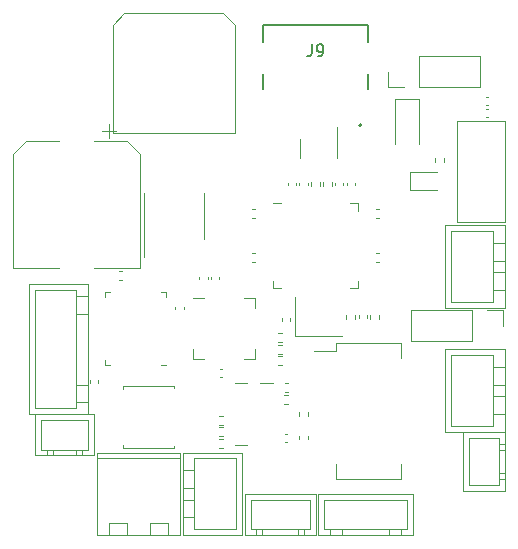
<source format=gbr>
%TF.GenerationSoftware,KiCad,Pcbnew,(6.0.7)*%
%TF.CreationDate,2022-09-21T18:10:42+02:00*%
%TF.ProjectId,CANpaca-EB-schematics,43414e70-6163-4612-9d45-422d73636865,rev?*%
%TF.SameCoordinates,Original*%
%TF.FileFunction,Legend,Top*%
%TF.FilePolarity,Positive*%
%FSLAX46Y46*%
G04 Gerber Fmt 4.6, Leading zero omitted, Abs format (unit mm)*
G04 Created by KiCad (PCBNEW (6.0.7)) date 2022-09-21 18:10:42*
%MOMM*%
%LPD*%
G01*
G04 APERTURE LIST*
%ADD10C,0.150000*%
%ADD11C,0.120000*%
%ADD12C,0.200000*%
G04 APERTURE END LIST*
D10*
%TO.C,J9*%
X98916666Y-34202380D02*
X98916666Y-34916666D01*
X98869047Y-35059523D01*
X98773809Y-35154761D01*
X98630952Y-35202380D01*
X98535714Y-35202380D01*
X99440476Y-35202380D02*
X99630952Y-35202380D01*
X99726190Y-35154761D01*
X99773809Y-35107142D01*
X99869047Y-34964285D01*
X99916666Y-34773809D01*
X99916666Y-34392857D01*
X99869047Y-34297619D01*
X99821428Y-34250000D01*
X99726190Y-34202380D01*
X99535714Y-34202380D01*
X99440476Y-34250000D01*
X99392857Y-34297619D01*
X99345238Y-34392857D01*
X99345238Y-34630952D01*
X99392857Y-34726190D01*
X99440476Y-34773809D01*
X99535714Y-34821428D01*
X99726190Y-34821428D01*
X99821428Y-34773809D01*
X99869047Y-34726190D01*
X99916666Y-34630952D01*
D11*
%TO.C,R23*%
X99630000Y-45846359D02*
X99630000Y-46153641D01*
X98870000Y-45846359D02*
X98870000Y-46153641D01*
%TO.C,U7*%
X97940000Y-43000000D02*
X97940000Y-42200000D01*
X101060000Y-43000000D02*
X101060000Y-41200000D01*
X97940000Y-43000000D02*
X97940000Y-43800000D01*
X101060000Y-43000000D02*
X101060000Y-43800000D01*
%TO.C,R32*%
X91403641Y-68380000D02*
X91096359Y-68380000D01*
X91403641Y-67620000D02*
X91096359Y-67620000D01*
%TO.C,J17*%
X89000000Y-74250000D02*
X88000000Y-74250000D01*
X89000000Y-72750000D02*
X88000000Y-72750000D01*
X89000000Y-71750000D02*
X88000000Y-71750000D01*
X89000000Y-70250000D02*
X88000000Y-70250000D01*
X88000000Y-68750000D02*
X93000000Y-68750000D01*
X93000000Y-68750000D02*
X93000000Y-75750000D01*
X93000000Y-75750000D02*
X88000000Y-75750000D01*
X88000000Y-75750000D02*
X88000000Y-68750000D01*
X89000000Y-69250000D02*
X92500000Y-69250000D01*
X92500000Y-69250000D02*
X92500000Y-75250000D01*
X92500000Y-75250000D02*
X89000000Y-75250000D01*
X89000000Y-75250000D02*
X89000000Y-69250000D01*
%TO.C,C13*%
X82642164Y-53390000D02*
X82857836Y-53390000D01*
X82642164Y-54110000D02*
X82857836Y-54110000D01*
%TO.C,R26*%
X98630000Y-67336359D02*
X98630000Y-67643641D01*
X97870000Y-67336359D02*
X97870000Y-67643641D01*
D12*
%TO.C,J9*%
X103720000Y-32532500D02*
X94780000Y-32532500D01*
X103720000Y-34022500D02*
X103720000Y-32532500D01*
X94780000Y-32532500D02*
X94780000Y-34022500D01*
X94780000Y-37952500D02*
X94780000Y-36742500D01*
X103720000Y-37952500D02*
X103720000Y-36742500D01*
X103130000Y-41042500D02*
G75*
G03*
X103130000Y-41042500I-100000J0D01*
G01*
D11*
%TO.C,C8*%
X88110000Y-56412164D02*
X88110000Y-56627836D01*
X87390000Y-56412164D02*
X87390000Y-56627836D01*
%TO.C,J11*%
X106725000Y-37830000D02*
X105395000Y-37830000D01*
X107995000Y-37830000D02*
X113135000Y-37830000D01*
X107995000Y-37830000D02*
X107995000Y-35170000D01*
X113135000Y-37830000D02*
X113135000Y-35170000D01*
X105395000Y-37830000D02*
X105395000Y-36500000D01*
X107995000Y-35170000D02*
X113135000Y-35170000D01*
%TO.C,U3*%
X81865000Y-55140000D02*
X81390000Y-55140000D01*
X86135000Y-61360000D02*
X86610000Y-61360000D01*
X81865000Y-61360000D02*
X81390000Y-61360000D01*
X81390000Y-55140000D02*
X81390000Y-55615000D01*
X86610000Y-55140000D02*
X86610000Y-55615000D01*
X81390000Y-61360000D02*
X81390000Y-60885000D01*
X86135000Y-55140000D02*
X86610000Y-55140000D01*
%TO.C,R24*%
X96086359Y-59380000D02*
X96393641Y-59380000D01*
X96086359Y-58620000D02*
X96393641Y-58620000D01*
%TO.C,SW1*%
X100990000Y-59475000D02*
X106510000Y-59475000D01*
X100990000Y-69755000D02*
X100990000Y-71025000D01*
X100990000Y-59475000D02*
X100990000Y-60125000D01*
X106510000Y-69755000D02*
X106510000Y-71025000D01*
X100990000Y-71025000D02*
X106510000Y-71025000D01*
X106510000Y-59475000D02*
X106510000Y-60744000D01*
X99140000Y-60125000D02*
X100990000Y-60125000D01*
%TO.C,R21*%
X96106359Y-59620000D02*
X96413641Y-59620000D01*
X96106359Y-60380000D02*
X96413641Y-60380000D01*
%TO.C,U1*%
X84690000Y-48750000D02*
X84690000Y-52200000D01*
X84690000Y-48750000D02*
X84690000Y-46800000D01*
X89810000Y-48750000D02*
X89810000Y-50700000D01*
X89810000Y-48750000D02*
X89810000Y-46800000D01*
%TO.C,C40*%
X101890000Y-45892164D02*
X101890000Y-46107836D01*
X102610000Y-45892164D02*
X102610000Y-46107836D01*
%TO.C,R34*%
X91403641Y-65620000D02*
X91096359Y-65620000D01*
X91403641Y-66380000D02*
X91096359Y-66380000D01*
%TO.C,J12*%
X94750000Y-75250000D02*
X94750000Y-75750000D01*
X97750000Y-75250000D02*
X97750000Y-75750000D01*
X98250000Y-75250000D02*
X98250000Y-75750000D01*
X94250000Y-75250000D02*
X94250000Y-75750000D01*
X93250000Y-75750000D02*
X99250000Y-75750000D01*
X99250000Y-75750000D02*
X99250000Y-72250000D01*
X99250000Y-72250000D02*
X93250000Y-72250000D01*
X93250000Y-72250000D02*
X93250000Y-75750000D01*
X93750000Y-75250000D02*
X98750000Y-75250000D01*
X98750000Y-75250000D02*
X98750000Y-72750000D01*
X98750000Y-72750000D02*
X93750000Y-72750000D01*
X93750000Y-72750000D02*
X93750000Y-75250000D01*
%TO.C,U10*%
X96290000Y-54860000D02*
X95640000Y-54860000D01*
X96290000Y-47640000D02*
X95640000Y-47640000D01*
X102860000Y-54860000D02*
X102860000Y-54210000D01*
X95640000Y-54860000D02*
X95640000Y-54210000D01*
X102210000Y-47640000D02*
X102860000Y-47640000D01*
X102860000Y-47640000D02*
X102860000Y-48290000D01*
X102210000Y-54860000D02*
X102860000Y-54860000D01*
%TO.C,J16*%
X114750000Y-71000000D02*
X115250000Y-71000000D01*
X114750000Y-68000000D02*
X115250000Y-68000000D01*
X114750000Y-70500000D02*
X115250000Y-70500000D01*
X114750000Y-68500000D02*
X115250000Y-68500000D01*
X115250000Y-72000000D02*
X111750000Y-72000000D01*
X111750000Y-72000000D02*
X111750000Y-67000000D01*
X111750000Y-67000000D02*
X115250000Y-67000000D01*
X115250000Y-67000000D02*
X115250000Y-72000000D01*
X114750000Y-71500000D02*
X112250000Y-71500000D01*
X112250000Y-71500000D02*
X112250000Y-67500000D01*
X112250000Y-67500000D02*
X114750000Y-67500000D01*
X114750000Y-67500000D02*
X114750000Y-71500000D01*
%TO.C,J14*%
X105500000Y-75250000D02*
X105500000Y-75750000D01*
X100500000Y-75250000D02*
X100500000Y-75750000D01*
X101500000Y-75250000D02*
X101500000Y-75750000D01*
X106500000Y-75250000D02*
X106500000Y-75750000D01*
X100000000Y-75250000D02*
X107000000Y-75250000D01*
X107000000Y-75250000D02*
X107000000Y-72750000D01*
X107000000Y-72750000D02*
X100000000Y-72750000D01*
X100000000Y-72750000D02*
X100000000Y-75250000D01*
X99500000Y-75750000D02*
X107500000Y-75750000D01*
X107500000Y-75750000D02*
X107500000Y-72250000D01*
X107500000Y-72250000D02*
X99500000Y-72250000D01*
X99500000Y-72250000D02*
X99500000Y-75750000D01*
%TO.C,J4*%
X112505000Y-56670000D02*
X112505000Y-59330000D01*
X112505000Y-59330000D02*
X107365000Y-59330000D01*
X107365000Y-56670000D02*
X107365000Y-59330000D01*
X112505000Y-56670000D02*
X107365000Y-56670000D01*
X113775000Y-56670000D02*
X115105000Y-56670000D01*
X115105000Y-56670000D02*
X115105000Y-58000000D01*
%TO.C,C47*%
X96390000Y-57607836D02*
X96390000Y-57392164D01*
X97110000Y-57607836D02*
X97110000Y-57392164D01*
%TO.C,Q3*%
X87235000Y-63300000D02*
X87235000Y-63150000D01*
X87235000Y-68350000D02*
X87235000Y-68200000D01*
X87235000Y-63150000D02*
X82935000Y-63150000D01*
X82935000Y-68150000D02*
X82935000Y-68350000D01*
X82935000Y-63150000D02*
X82935000Y-63350000D01*
X82935000Y-68350000D02*
X87235000Y-68350000D01*
%TO.C,R28*%
X101870000Y-57403641D02*
X101870000Y-57096359D01*
X102630000Y-57403641D02*
X102630000Y-57096359D01*
%TO.C,R35*%
X96903641Y-63870000D02*
X96596359Y-63870000D01*
X96903641Y-64630000D02*
X96596359Y-64630000D01*
%TO.C,J8*%
X79000000Y-64500000D02*
X80000000Y-64500000D01*
X79000000Y-63000000D02*
X80000000Y-63000000D01*
X79000000Y-57000000D02*
X80000000Y-57000000D01*
X79000000Y-55500000D02*
X80000000Y-55500000D01*
X80000000Y-65500000D02*
X75000000Y-65500000D01*
X75000000Y-65500000D02*
X75000000Y-54500000D01*
X75000000Y-54500000D02*
X80000000Y-54500000D01*
X80000000Y-54500000D02*
X80000000Y-65500000D01*
X79000000Y-65000000D02*
X75500000Y-65000000D01*
X75500000Y-65000000D02*
X75500000Y-55000000D01*
X75500000Y-55000000D02*
X79000000Y-55000000D01*
X79000000Y-55000000D02*
X79000000Y-65000000D01*
%TO.C,F1*%
X111200000Y-49250000D02*
X111200000Y-40650000D01*
X115300000Y-49250000D02*
X115300000Y-40650000D01*
X111200000Y-49250000D02*
X115300000Y-49250000D01*
X111200000Y-40650000D02*
X115300000Y-40650000D01*
%TO.C,J13*%
X79000000Y-68500000D02*
X79000000Y-69000000D01*
X79500000Y-68500000D02*
X79500000Y-69000000D01*
X76500000Y-68500000D02*
X76500000Y-69000000D01*
X77000000Y-68500000D02*
X77000000Y-69000000D01*
X76000000Y-68500000D02*
X80000000Y-68500000D01*
X80000000Y-68500000D02*
X80000000Y-66000000D01*
X80000000Y-66000000D02*
X76000000Y-66000000D01*
X76000000Y-66000000D02*
X76000000Y-68500000D01*
X75500000Y-69000000D02*
X80500000Y-69000000D01*
X80500000Y-69000000D02*
X80500000Y-65500000D01*
X80500000Y-65500000D02*
X75500000Y-65500000D01*
X75500000Y-65500000D02*
X75500000Y-69000000D01*
%TO.C,C53*%
X96662164Y-62890000D02*
X96877836Y-62890000D01*
X96662164Y-63610000D02*
X96877836Y-63610000D01*
%TO.C,C41*%
X93912164Y-52610000D02*
X94127836Y-52610000D01*
X93912164Y-51890000D02*
X94127836Y-51890000D01*
%TO.C,C38*%
X98610000Y-45892164D02*
X98610000Y-46107836D01*
X97890000Y-45892164D02*
X97890000Y-46107836D01*
%TO.C,C39*%
X93892164Y-48140000D02*
X94107836Y-48140000D01*
X93892164Y-48860000D02*
X94107836Y-48860000D01*
%TO.C,R25*%
X96096359Y-61380000D02*
X96403641Y-61380000D01*
X96096359Y-60620000D02*
X96403641Y-60620000D01*
%TO.C,R18*%
X100630000Y-46153641D02*
X100630000Y-45846359D01*
X99870000Y-46153641D02*
X99870000Y-45846359D01*
%TO.C,Y1*%
X97500000Y-58900000D02*
X101500000Y-58900000D01*
X97500000Y-55600000D02*
X97500000Y-58900000D01*
%TO.C,U8*%
X94110000Y-60860000D02*
X94110000Y-59960000D01*
X93210000Y-55640000D02*
X94110000Y-55640000D01*
X93210000Y-60860000D02*
X94110000Y-60860000D01*
X89790000Y-55640000D02*
X88890000Y-55640000D01*
X89790000Y-60860000D02*
X88890000Y-60860000D01*
X94110000Y-55640000D02*
X94110000Y-56540000D01*
X88890000Y-60860000D02*
X88890000Y-59960000D01*
%TO.C,C20*%
X113642164Y-39360000D02*
X113857836Y-39360000D01*
X113642164Y-38640000D02*
X113857836Y-38640000D01*
%TO.C,R27*%
X97870000Y-65663641D02*
X97870000Y-65356359D01*
X98630000Y-65663641D02*
X98630000Y-65356359D01*
%TO.C,C46*%
X89390000Y-53872164D02*
X89390000Y-54087836D01*
X90110000Y-53872164D02*
X90110000Y-54087836D01*
%TO.C,R29*%
X103870000Y-57106359D02*
X103870000Y-57413641D01*
X104630000Y-57106359D02*
X104630000Y-57413641D01*
%TO.C,C34*%
X90390000Y-54087836D02*
X90390000Y-53872164D01*
X91110000Y-54087836D02*
X91110000Y-53872164D01*
%TO.C,C12*%
X84360000Y-53110000D02*
X80510000Y-53110000D01*
X84360000Y-43454437D02*
X84360000Y-53110000D01*
X73640000Y-43454437D02*
X73640000Y-53110000D01*
X82385000Y-41525000D02*
X81135000Y-41525000D01*
X83295563Y-42390000D02*
X80510000Y-42390000D01*
X74704437Y-42390000D02*
X73640000Y-43454437D01*
X74704437Y-42390000D02*
X77490000Y-42390000D01*
X83295563Y-42390000D02*
X84360000Y-43454437D01*
X73640000Y-53110000D02*
X77490000Y-53110000D01*
X81760000Y-40900000D02*
X81760000Y-42150000D01*
%TO.C,C35*%
X100890000Y-45892164D02*
X100890000Y-46107836D01*
X101610000Y-45892164D02*
X101610000Y-46107836D01*
%TO.C,C42*%
X97610000Y-45892164D02*
X97610000Y-46107836D01*
X96890000Y-45892164D02*
X96890000Y-46107836D01*
%TO.C,R31*%
X91403641Y-66620000D02*
X91096359Y-66620000D01*
X91403641Y-67380000D02*
X91096359Y-67380000D01*
%TO.C,J7*%
X92435000Y-32555000D02*
X92435000Y-41685000D01*
X82065000Y-32555000D02*
X83065000Y-31555000D01*
X92435000Y-41685000D02*
X82065000Y-41685000D01*
X83065000Y-31555000D02*
X91435000Y-31555000D01*
X82065000Y-41685000D02*
X82065000Y-32555000D01*
X91435000Y-31555000D02*
X92435000Y-32555000D01*
%TO.C,U11*%
X93440000Y-62890000D02*
X92390000Y-62890000D01*
X93440000Y-68110000D02*
X92390000Y-68110000D01*
X94560000Y-62890000D02*
X95610000Y-62890000D01*
%TO.C,J2*%
X114250000Y-64000000D02*
X115250000Y-64000000D01*
X114250000Y-65500000D02*
X115250000Y-65500000D01*
X114250000Y-63000000D02*
X115250000Y-63000000D01*
X114250000Y-61500000D02*
X115250000Y-61500000D01*
X114250000Y-66500000D02*
X110750000Y-66500000D01*
X110750000Y-66500000D02*
X110750000Y-60500000D01*
X110750000Y-60500000D02*
X114250000Y-60500000D01*
X114250000Y-60500000D02*
X114250000Y-66500000D01*
X115250000Y-67000000D02*
X110250000Y-67000000D01*
X110250000Y-67000000D02*
X110250000Y-60000000D01*
X110250000Y-60000000D02*
X115250000Y-60000000D01*
X115250000Y-60000000D02*
X115250000Y-67000000D01*
%TO.C,C22*%
X113642164Y-39640000D02*
X113857836Y-39640000D01*
X113642164Y-40360000D02*
X113857836Y-40360000D01*
%TO.C,J6*%
X80750000Y-69250000D02*
X87750000Y-69250000D01*
X80750000Y-68750000D02*
X87750000Y-68750000D01*
X87750000Y-68750000D02*
X87750000Y-75750000D01*
X87750000Y-75750000D02*
X80750000Y-75750000D01*
X80750000Y-75750000D02*
X80750000Y-68750000D01*
X81750000Y-75750000D02*
X83250000Y-75750000D01*
X83250000Y-75750000D02*
X83250000Y-74750000D01*
X83250000Y-74750000D02*
X81750000Y-74750000D01*
X81750000Y-74750000D02*
X81750000Y-75750000D01*
X86750000Y-75750000D02*
X85250000Y-75750000D01*
X85250000Y-75750000D02*
X85250000Y-74750000D01*
X85250000Y-74750000D02*
X86750000Y-74750000D01*
X86750000Y-74750000D02*
X86750000Y-75750000D01*
%TO.C,R22*%
X110130000Y-43846359D02*
X110130000Y-44153641D01*
X109370000Y-43846359D02*
X109370000Y-44153641D01*
%TO.C,C49*%
X91142164Y-62360000D02*
X91357836Y-62360000D01*
X91142164Y-61640000D02*
X91357836Y-61640000D01*
%TO.C,D6*%
X109550000Y-45015000D02*
X107265000Y-45015000D01*
X107265000Y-46485000D02*
X109550000Y-46485000D01*
X107265000Y-45015000D02*
X107265000Y-46485000D01*
%TO.C,C48*%
X102890000Y-57357836D02*
X102890000Y-57142164D01*
X103610000Y-57357836D02*
X103610000Y-57142164D01*
%TO.C,D5*%
X108000000Y-38800000D02*
X108000000Y-42650000D01*
X108000000Y-38800000D02*
X106000000Y-38800000D01*
X106000000Y-38800000D02*
X106000000Y-42650000D01*
%TO.C,C54*%
X96857836Y-67860000D02*
X96642164Y-67860000D01*
X96857836Y-67140000D02*
X96642164Y-67140000D01*
%TO.C,C45*%
X104607836Y-52610000D02*
X104392164Y-52610000D01*
X104607836Y-51890000D02*
X104392164Y-51890000D01*
%TO.C,C6*%
X80860000Y-62857836D02*
X80860000Y-62642164D01*
X80140000Y-62857836D02*
X80140000Y-62642164D01*
%TO.C,C44*%
X104607836Y-48140000D02*
X104392164Y-48140000D01*
X104607836Y-48860000D02*
X104392164Y-48860000D01*
%TO.C,J5*%
X114250000Y-51000000D02*
X115250000Y-51000000D01*
X114250000Y-53500000D02*
X115250000Y-53500000D01*
X114250000Y-55000000D02*
X115250000Y-55000000D01*
X114250000Y-52500000D02*
X115250000Y-52500000D01*
X114250000Y-56000000D02*
X110750000Y-56000000D01*
X110750000Y-56000000D02*
X110750000Y-50000000D01*
X110750000Y-50000000D02*
X114250000Y-50000000D01*
X114250000Y-50000000D02*
X114250000Y-56000000D01*
X115250000Y-56500000D02*
X110250000Y-56500000D01*
X110250000Y-56500000D02*
X110250000Y-49500000D01*
X110250000Y-49500000D02*
X115250000Y-49500000D01*
X115250000Y-49500000D02*
X115250000Y-56500000D01*
%TD*%
M02*

</source>
